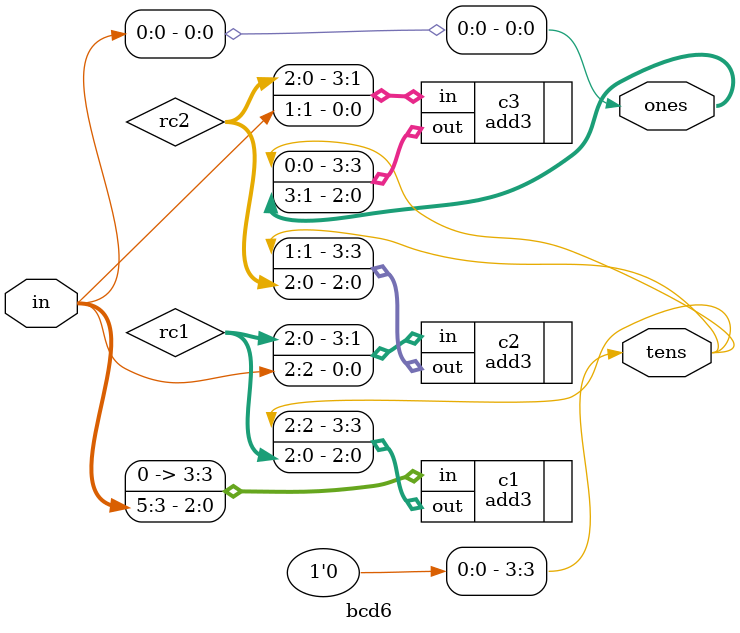
<source format=sv>
`timescale 1ns / 1ps



module bcd6(

input [5:0] in,
output [3:0] tens,
output [3:0] ones
    );
wire [2:0] rc1;
wire [2:0] rc2;
wire [2:0] rc3;
wire [2:0] rc4;
wire [2:0] rc5;
wire [2:0] rc6;
wire [2:0] rc7;
    assign tens[3]=1'b0;
   
    add3 c1(
    .in({1'b0,in[5:3]}), .out({tens[2],rc1})
    );
    
    add3 c2(
    .in({rc1, in[2]}), .out({tens[1],rc2})
    );
    
    add3 c3(
    .in({rc2, in[1]}), .out({tens[0], ones[3:1]})
    );
       
    assign ones[0]=in[0];
    
endmodule

</source>
